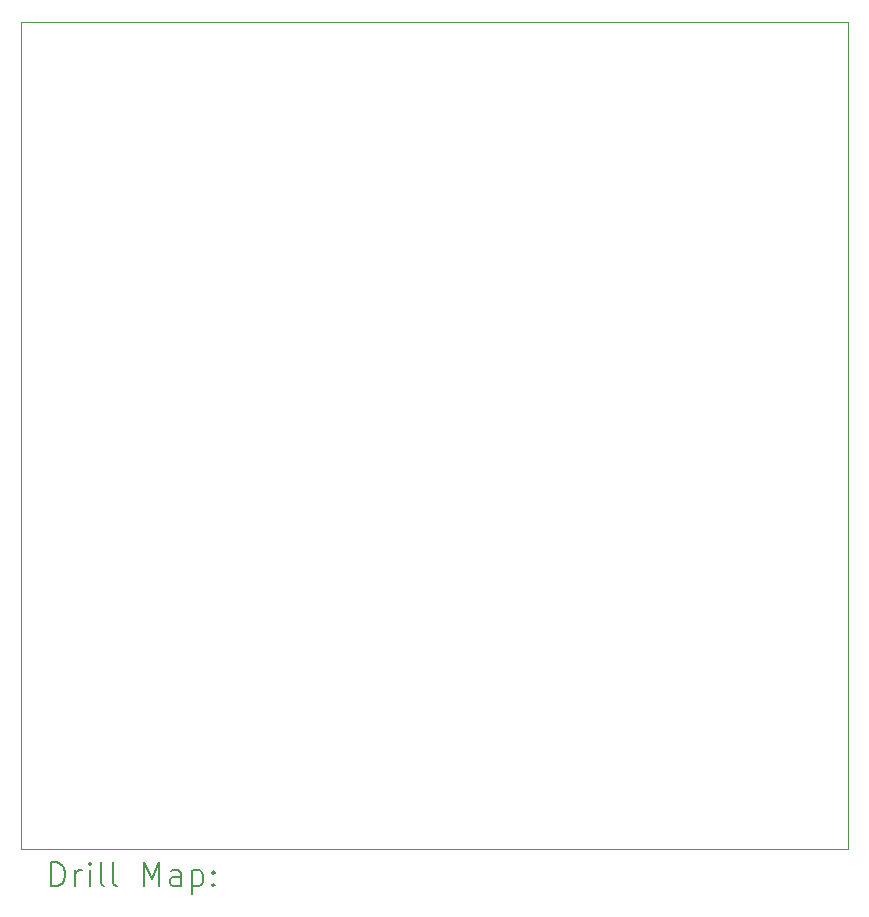
<source format=gbr>
%TF.GenerationSoftware,KiCad,Pcbnew,9.0.1*%
%TF.CreationDate,2025-05-31T12:37:48+02:00*%
%TF.ProjectId,piskvorky,7069736b-766f-4726-9b79-2e6b69636164,rev?*%
%TF.SameCoordinates,Original*%
%TF.FileFunction,Drillmap*%
%TF.FilePolarity,Positive*%
%FSLAX45Y45*%
G04 Gerber Fmt 4.5, Leading zero omitted, Abs format (unit mm)*
G04 Created by KiCad (PCBNEW 9.0.1) date 2025-05-31 12:37:48*
%MOMM*%
%LPD*%
G01*
G04 APERTURE LIST*
%ADD10C,0.050000*%
%ADD11C,0.200000*%
G04 APERTURE END LIST*
D10*
X11880000Y-1775000D02*
X18880000Y-1775000D01*
X18880000Y-8775000D01*
X11880000Y-8775000D01*
X11880000Y-1775000D01*
D11*
X12138277Y-9088984D02*
X12138277Y-8888984D01*
X12138277Y-8888984D02*
X12185896Y-8888984D01*
X12185896Y-8888984D02*
X12214467Y-8898508D01*
X12214467Y-8898508D02*
X12233515Y-8917555D01*
X12233515Y-8917555D02*
X12243039Y-8936603D01*
X12243039Y-8936603D02*
X12252562Y-8974698D01*
X12252562Y-8974698D02*
X12252562Y-9003270D01*
X12252562Y-9003270D02*
X12243039Y-9041365D01*
X12243039Y-9041365D02*
X12233515Y-9060412D01*
X12233515Y-9060412D02*
X12214467Y-9079460D01*
X12214467Y-9079460D02*
X12185896Y-9088984D01*
X12185896Y-9088984D02*
X12138277Y-9088984D01*
X12338277Y-9088984D02*
X12338277Y-8955650D01*
X12338277Y-8993746D02*
X12347801Y-8974698D01*
X12347801Y-8974698D02*
X12357324Y-8965174D01*
X12357324Y-8965174D02*
X12376372Y-8955650D01*
X12376372Y-8955650D02*
X12395420Y-8955650D01*
X12462086Y-9088984D02*
X12462086Y-8955650D01*
X12462086Y-8888984D02*
X12452562Y-8898508D01*
X12452562Y-8898508D02*
X12462086Y-8908031D01*
X12462086Y-8908031D02*
X12471610Y-8898508D01*
X12471610Y-8898508D02*
X12462086Y-8888984D01*
X12462086Y-8888984D02*
X12462086Y-8908031D01*
X12585896Y-9088984D02*
X12566848Y-9079460D01*
X12566848Y-9079460D02*
X12557324Y-9060412D01*
X12557324Y-9060412D02*
X12557324Y-8888984D01*
X12690658Y-9088984D02*
X12671610Y-9079460D01*
X12671610Y-9079460D02*
X12662086Y-9060412D01*
X12662086Y-9060412D02*
X12662086Y-8888984D01*
X12919229Y-9088984D02*
X12919229Y-8888984D01*
X12919229Y-8888984D02*
X12985896Y-9031841D01*
X12985896Y-9031841D02*
X13052562Y-8888984D01*
X13052562Y-8888984D02*
X13052562Y-9088984D01*
X13233515Y-9088984D02*
X13233515Y-8984222D01*
X13233515Y-8984222D02*
X13223991Y-8965174D01*
X13223991Y-8965174D02*
X13204943Y-8955650D01*
X13204943Y-8955650D02*
X13166848Y-8955650D01*
X13166848Y-8955650D02*
X13147801Y-8965174D01*
X13233515Y-9079460D02*
X13214467Y-9088984D01*
X13214467Y-9088984D02*
X13166848Y-9088984D01*
X13166848Y-9088984D02*
X13147801Y-9079460D01*
X13147801Y-9079460D02*
X13138277Y-9060412D01*
X13138277Y-9060412D02*
X13138277Y-9041365D01*
X13138277Y-9041365D02*
X13147801Y-9022317D01*
X13147801Y-9022317D02*
X13166848Y-9012793D01*
X13166848Y-9012793D02*
X13214467Y-9012793D01*
X13214467Y-9012793D02*
X13233515Y-9003270D01*
X13328753Y-8955650D02*
X13328753Y-9155650D01*
X13328753Y-8965174D02*
X13347801Y-8955650D01*
X13347801Y-8955650D02*
X13385896Y-8955650D01*
X13385896Y-8955650D02*
X13404943Y-8965174D01*
X13404943Y-8965174D02*
X13414467Y-8974698D01*
X13414467Y-8974698D02*
X13423991Y-8993746D01*
X13423991Y-8993746D02*
X13423991Y-9050889D01*
X13423991Y-9050889D02*
X13414467Y-9069936D01*
X13414467Y-9069936D02*
X13404943Y-9079460D01*
X13404943Y-9079460D02*
X13385896Y-9088984D01*
X13385896Y-9088984D02*
X13347801Y-9088984D01*
X13347801Y-9088984D02*
X13328753Y-9079460D01*
X13509705Y-9069936D02*
X13519229Y-9079460D01*
X13519229Y-9079460D02*
X13509705Y-9088984D01*
X13509705Y-9088984D02*
X13500182Y-9079460D01*
X13500182Y-9079460D02*
X13509705Y-9069936D01*
X13509705Y-9069936D02*
X13509705Y-9088984D01*
X13509705Y-8965174D02*
X13519229Y-8974698D01*
X13519229Y-8974698D02*
X13509705Y-8984222D01*
X13509705Y-8984222D02*
X13500182Y-8974698D01*
X13500182Y-8974698D02*
X13509705Y-8965174D01*
X13509705Y-8965174D02*
X13509705Y-8984222D01*
M02*

</source>
